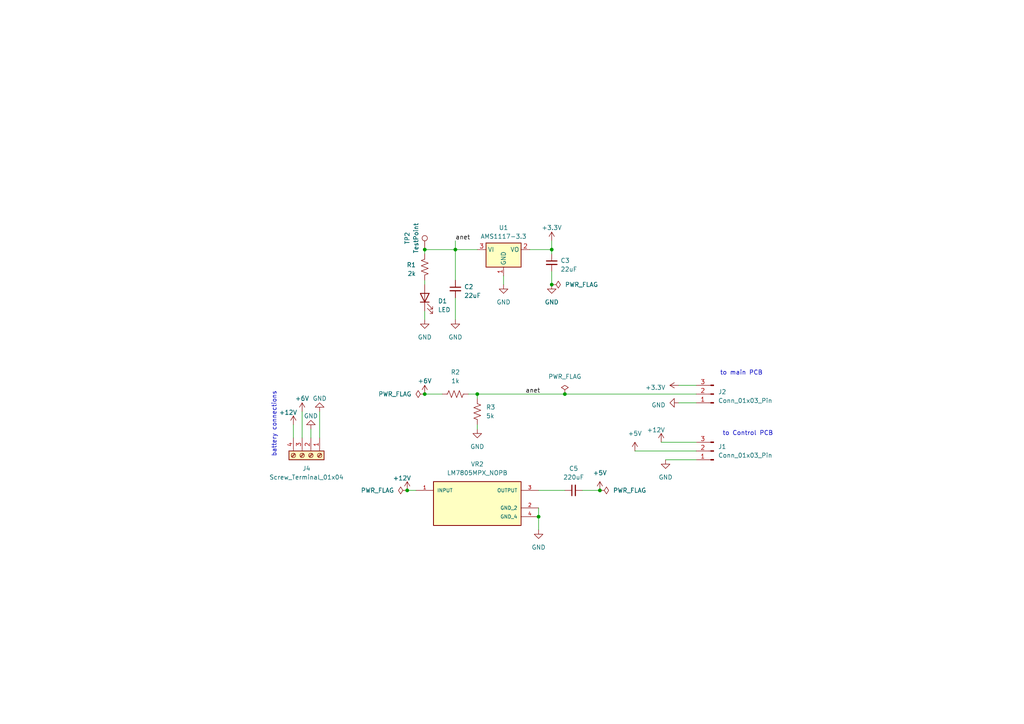
<source format=kicad_sch>
(kicad_sch (version 20231120) (generator "eeschema") (generator_version "8.0")
  (paper "A4")
  (lib_symbols
    (symbol "Connector:Conn_01x03_Pin" (pin_names (offset 1.016) hide)
      (property "Reference" "J" (at 0 5.08 0))
      (property "Value" "Conn_01x03_Pin" (at 0 -5.08 0))
      (symbol "Conn_01x03_Pin_1_1"
        (polyline (pts (xy 1.27 -2.54) (xy 0.8636 -2.54)) (stroke (width 0.1524)))
        (polyline (pts (xy 1.27 0) (xy 0.8636 0)) (stroke (width 0.1524)))
        (polyline (pts (xy 1.27 2.54) (xy 0.8636 2.54)) (stroke (width 0.1524)))
        (rectangle (start 0.8636 -2.413) (end 0 -2.667) (stroke (width 0.1524)) (fill (type outline)))
        (rectangle (start 0.8636 0.127) (end 0 -0.127) (stroke (width 0.1524)) (fill (type outline)))
        (rectangle (start 0.8636 2.667) (end 0 2.413) (stroke (width 0.1524)) (fill (type outline)))
        (pin passive line (at 5.08 2.54 180) (length 3.81) (name "Pin_1") (number "1"))
        (pin passive line (at 5.08 0 180) (length 3.81) (name "Pin_2") (number "2"))
        (pin passive line (at 5.08 -2.54 180) (length 3.81) (name "Pin_3") (number "3"))
      )
    )
    (symbol "Connector:Screw_Terminal_01x04" (pin_names (offset 1.016) hide)
      (property "Reference" "J" (at 0 5.08 0))
      (property "Value" "Screw_Terminal_01x04" (at 0 -7.62 0))
      (symbol "Screw_Terminal_01x04_1_1"
        (rectangle (start -1.27 3.81) (end 1.27 -6.35) (stroke (width 0.254)) (fill (type background)))
        (circle (center 0 -5.08) (radius 0.635) (stroke (width 0.1524)))
        (circle (center 0 -2.54) (radius 0.635) (stroke (width 0.1524)))
        (polyline (pts (xy -0.5334 -4.7498) (xy 0.3302 -5.588)) (stroke (width 0.1524)))
        (polyline (pts (xy -0.5334 -2.2098) (xy 0.3302 -3.048)) (stroke (width 0.1524)))
        (polyline (pts (xy -0.5334 0.3302) (xy 0.3302 -0.508)) (stroke (width 0.1524)))
        (polyline (pts (xy -0.5334 2.8702) (xy 0.3302 2.032)) (stroke (width 0.1524)))
        (polyline (pts (xy -0.3556 -4.572) (xy 0.508 -5.4102)) (stroke (width 0.1524)))
        (polyline (pts (xy -0.3556 -2.032) (xy 0.508 -2.8702)) (stroke (width 0.1524)))
        (polyline (pts (xy -0.3556 0.508) (xy 0.508 -0.3302)) (stroke (width 0.1524)))
        (polyline (pts (xy -0.3556 3.048) (xy 0.508 2.2098)) (stroke (width 0.1524)))
        (circle (center 0 0) (radius 0.635) (stroke (width 0.1524)))
        (circle (center 0 2.54) (radius 0.635) (stroke (width 0.1524)))
        (pin passive line (at -5.08 2.54 0) (length 3.81) (name "Pin_1") (number "1"))
        (pin passive line (at -5.08 0 0) (length 3.81) (name "Pin_2") (number "2"))
        (pin passive line (at -5.08 -2.54 0) (length 3.81) (name "Pin_3") (number "3"))
        (pin passive line (at -5.08 -5.08 0) (length 3.81) (name "Pin_4") (number "4"))
      )
    )
    (symbol "Connector:TestPoint" (pin_numbers hide) (pin_names (offset 0.762) hide)
      (property "Reference" "TP" (at 0 6.858 0))
      (property "Value" "TestPoint" (at 0 5.08 0))
      (symbol "TestPoint_0_1"
        (circle (center 0 3.302) (radius 0.762))
      )
      (symbol "TestPoint_1_1"
        (pin passive line (at 0 0 90) (length 2.54) (name "1") (number "1"))
      )
    )
    (symbol "Device:C_Small" (pin_numbers hide) (pin_names (offset 0.254) hide)
      (property "Reference" "C" (at 0.254 1.778 0))
      (property "Value" "C_Small" (at 0.254 -2.032 0))
      (symbol "C_Small_0_1"
        (polyline (pts (xy -1.524 -0.508) (xy 1.524 -0.508)) (stroke (width 0.3302)))
        (polyline (pts (xy -1.524 0.508) (xy 1.524 0.508)) (stroke (width 0.3048)))
      )
      (symbol "C_Small_1_1"
        (pin passive line (at 0 2.54 270) (length 2.032) (name "~") (number "1"))
        (pin passive line (at 0 -2.54 90) (length 2.032) (name "~") (number "2"))
      )
    )
    (symbol "Device:LED" (pin_numbers hide) (pin_names (offset 1.016) hide)
      (property "Reference" "D" (at 0 2.54 0))
      (property "Value" "LED" (at 0 -2.54 0))
      (symbol "LED_0_1"
        (polyline (pts (xy -1.27 -1.27) (xy -1.27 1.27)) (stroke (width 0.254)))
        (polyline (pts (xy -1.27 0) (xy 1.27 0)))
        (polyline (pts (xy 1.27 -1.27) (xy 1.27 1.27) (xy -1.27 0) (xy 1.27 -1.27)) (stroke (width 0.254)))
        (polyline (pts (xy -3.048 -0.762) (xy -4.572 -2.286) (xy -3.81 -2.286) (xy -4.572 -2.286) (xy -4.572 -1.524)))
        (polyline (pts (xy -1.778 -0.762) (xy -3.302 -2.286) (xy -2.54 -2.286) (xy -3.302 -2.286) (xy -3.302 -1.524)))
      )
      (symbol "LED_1_1"
        (pin passive line (at -3.81 0 0) (length 2.54) (name "K") (number "1"))
        (pin passive line (at 3.81 0 180) (length 2.54) (name "A") (number "2"))
      )
    )
    (symbol "Device:R_US" (pin_numbers hide) (pin_names (offset 0))
      (property "Reference" "R" (at 2.54 0 90))
      (property "Value" "R_US" (at -2.54 0 90))
      (symbol "R_US_0_1"
        (polyline (pts (xy 0 -2.286) (xy 0 -2.54)))
        (polyline (pts (xy 0 2.286) (xy 0 2.54)))
        (polyline (pts (xy 0 -0.762) (xy 1.016 -1.143) (xy 0 -1.524) (xy -1.016 -1.905) (xy 0 -2.286)))
        (polyline (pts (xy 0 0.762) (xy 1.016 0.381) (xy 0 0) (xy -1.016 -0.381) (xy 0 -0.762)))
        (polyline (pts (xy 0 2.286) (xy 1.016 1.905) (xy 0 1.524) (xy -1.016 1.143) (xy 0 0.762)))
      )
      (symbol "R_US_1_1"
        (pin passive line (at 0 3.81 270) (length 1.27) (name "~") (number "1"))
        (pin passive line (at 0 -3.81 90) (length 1.27) (name "~") (number "2"))
      )
    )
    (symbol "LM7805MPX_NOPB:LM7805MPX_NOPB" (pin_names (offset 1.016))
      (property "Reference" "VR" (at -12.7 6.08 0))
      (property "Value" "LM7805MPX_NOPB" (at -12.7 -9.08 0))
      (symbol "LM7805MPX_NOPB_0_0"
        (rectangle (start -12.7 -7.62) (end 12.7 5.08) (stroke (width 0.254)) (fill (type background)))
        (pin input line (at -17.78 2.54 0) (length 5.08) (name "INPUT") (number "1"))
        (pin power_in line (at 17.78 -2.54 180) (length 5.08) (name "GND_2") (number "2"))
        (pin output line (at 17.78 2.54 180) (length 5.08) (name "OUTPUT") (number "3"))
        (pin power_in line (at 17.78 -5.08 180) (length 5.08) (name "GND_4") (number "4"))
      )
    )
    (symbol "Regulator_Linear:AMS1117-3.3"
      (property "Reference" "U" (at -3.81 3.175 0))
      (property "Value" "AMS1117-3.3" (at 0 3.175 0))
      (symbol "AMS1117-3.3_0_1"
        (rectangle (start -5.08 -5.08) (end 5.08 1.905) (stroke (width 0.254)) (fill (type background)))
      )
      (symbol "AMS1117-3.3_1_1"
        (pin power_in line (at 0 -7.62 90) (length 2.54) (name "GND") (number "1"))
        (pin power_out line (at 7.62 0 180) (length 2.54) (name "VO") (number "2"))
        (pin power_in line (at -7.62 0 0) (length 2.54) (name "VI") (number "3"))
      )
    )
    (symbol "power:+3.3V" (power) (pin_names (offset 0))
      (property "Value" "+3.3V" (at 0 3.556 0))
      (symbol "+3.3V_0_1"
        (polyline (pts (xy -0.762 1.27) (xy 0 2.54)))
        (polyline (pts (xy 0 0) (xy 0 2.54)))
        (polyline (pts (xy 0 2.54) (xy 0.762 1.27)))
      )
      (symbol "+3.3V_1_1"
        (pin power_in line (at 0 0 90) (length 0) hide (name "+3.3V") (number "1"))
      )
    )
    (symbol "power:+5V" (power) (pin_names (offset 0))
      (property "Value" "+5V" (at 0 3.556 0))
      (symbol "+5V_0_1"
        (polyline (pts (xy -0.762 1.27) (xy 0 2.54)))
        (polyline (pts (xy 0 0) (xy 0 2.54)))
        (polyline (pts (xy 0 2.54) (xy 0.762 1.27)))
      )
      (symbol "+5V_1_1"
        (pin power_in line (at 0 0 90) (length 0) hide (name "+5V") (number "1"))
      )
    )
    (symbol "power:+6V" (power) (pin_names (offset 0))
      (property "Value" "+6V" (at 0 3.556 0))
      (symbol "+6V_0_1"
        (polyline (pts (xy -0.762 1.27) (xy 0 2.54)))
        (polyline (pts (xy 0 0) (xy 0 2.54)))
        (polyline (pts (xy 0 2.54) (xy 0.762 1.27)))
      )
      (symbol "+6V_1_1"
        (pin power_in line (at 0 0 90) (length 0) hide (name "+6V") (number "1"))
      )
    )
    (symbol "power:GND" (power) (pin_names (offset 0))
      (property "Value" "GND" (at 0 -3.81 0))
      (symbol "GND_0_1"
        (polyline (pts (xy 0 0) (xy 0 -1.27) (xy 1.27 -1.27) (xy 0 -2.54) (xy -1.27 -1.27) (xy 0 -1.27)))
      )
      (symbol "GND_1_1"
        (pin power_in line (at 0 0 270) (length 0) hide (name "GND") (number "1"))
      )
    )
    (symbol "power:PWR_FLAG" (power) (pin_numbers hide) (pin_names (offset 0) hide)
      (property "Value" "PWR_FLAG" (at 0 3.81 0))
      (symbol "PWR_FLAG_0_0"
        (pin power_out line (at 0 0 90) (length 0) (name "~") (number "1"))
      )
      (symbol "PWR_FLAG_0_1"
        (polyline (pts (xy 0 0) (xy 0 1.27) (xy -1.016 1.905) (xy 0 2.54) (xy 1.016 1.905) (xy 0 1.27)))
      )
    )
  )
  (junction (at 132.08 72.39))
  (junction (at 123.19 72.39))
  (junction (at 173.99 142.24))
  (junction (at 156.21 149.86))
  (junction (at 123.19 114.3))
  (junction (at 160.02 72.39))
  (junction (at 163.83 114.3))
  (junction (at 138.43 114.3))
  (junction (at 160.02 82.55))
  (junction (at 118.11 142.24))
  (wire (pts (xy 138.43 114.3) (xy 138.43 115.57)))
  (wire (pts (xy 135.89 114.3) (xy 138.43 114.3)))
  (wire (pts (xy 132.08 69.85) (xy 132.08 72.39)))
  (wire (pts (xy 153.67 72.39) (xy 160.02 72.39)))
  (wire (pts (xy 163.83 142.24) (xy 156.21 142.24)))
  (wire (pts (xy 184.15 130.81) (xy 201.93 130.81)))
  (wire (pts (xy 92.71 119.38) (xy 92.71 127)))
  (wire (pts (xy 196.85 111.76) (xy 201.93 111.76)))
  (wire (pts (xy 123.19 90.17) (xy 123.19 92.71)))
  (wire (pts (xy 132.08 72.39) (xy 138.43 72.39)))
  (wire (pts (xy 173.99 142.24) (xy 168.91 142.24)))
  (wire (pts (xy 90.17 124.46) (xy 90.17 127)))
  (wire (pts (xy 123.19 72.39) (xy 132.08 72.39)))
  (wire (pts (xy 138.43 124.46) (xy 138.43 123.19)))
  (wire (pts (xy 163.83 114.3) (xy 201.93 114.3)))
  (wire (pts (xy 123.19 81.28) (xy 123.19 82.55)))
  (wire (pts (xy 87.63 119.38) (xy 87.63 127)))
  (wire (pts (xy 138.43 114.3) (xy 163.83 114.3)))
  (wire (pts (xy 146.05 80.01) (xy 146.05 82.55)))
  (wire (pts (xy 118.11 142.24) (xy 120.65 142.24)))
  (wire (pts (xy 160.02 69.85) (xy 160.02 72.39)))
  (wire (pts (xy 160.02 78.74) (xy 160.02 82.55)))
  (wire (pts (xy 160.02 72.39) (xy 160.02 73.66)))
  (wire (pts (xy 191.77 128.27) (xy 201.93 128.27)))
  (wire (pts (xy 132.08 72.39) (xy 132.08 81.28)))
  (wire (pts (xy 193.04 133.35) (xy 201.93 133.35)))
  (wire (pts (xy 123.19 114.3) (xy 128.27 114.3)))
  (wire (pts (xy 196.85 116.84) (xy 201.93 116.84)))
  (wire (pts (xy 132.08 86.36) (xy 132.08 92.71)))
  (wire (pts (xy 123.19 73.66) (xy 123.19 72.39)))
  (wire (pts (xy 156.21 149.86) (xy 156.21 147.32)))
  (wire (pts (xy 85.09 123.19) (xy 85.09 127)))
  (wire (pts (xy 156.21 153.67) (xy 156.21 149.86)))
  (text "battery connections" (at 80.264 132.588 90) (effects (font (size 1.27 1.27)) (justify left bottom)))
  (text "to main PCB" (at 221.234 108.966 0) (effects (font (size 1.27 1.27)) (justify right bottom)))
  (text "to Control PCB" (at 209.55 126.492 0) (effects (font (size 1.27 1.27)) (justify left bottom)))
  (label "anet" (at 152.4 114.3 0))
  (label "anet" (at 132.08 69.85 0))
  (symbol (lib_id "power:GND") (at 156.21 153.67 0) (unit 1)
    (property "Reference" "#PWR026" (effects (hide yes)))
    (property "Value" "GND" (at 156.21 158.75 0))
  )
  (symbol (lib_id "power:+6V") (at 118.11 142.24 0) (unit 1)
    (property "Reference" "#PWR025" (effects (hide yes)))
    (property "Value" "+12V" (at 116.586 138.684 0))
  )
  (symbol (lib_id "power:GND") (at 92.71 119.38 180) (unit 1)
    (property "Reference" "#PWR027" (effects (hide yes)))
    (property "Value" "GND" (at 92.71 115.57 0))
  )
  (symbol (lib_id "power:+6V") (at 123.19 114.3 0) (unit 1)
    (property "Reference" "#PWR02" (effects (hide yes)))
    (property "Value" "+6V" (at 123.19 110.49 0))
  )
  (symbol (lib_id "Connector:Screw_Terminal_01x04") (at 90.17 132.08 270) (unit 1)
    (property "Reference" "J4" (at 88.9 135.89 90))
    (property "Value" "Screw_Terminal_01x04" (at 88.9 138.43 90))
    (property "Footprint" "TerminalBlock_Phoenix:TerminalBlock_Phoenix_MKDS-1,5-4-5.08_1x04_P5.08mm_Horizontal" (effects (hide yes)))
    (property "Description" "Generic screw terminal, single row, 01x04, script generated (kicad-library-utils/schlib/autogen/connector/)" (effects (hide yes)))
  )
  (symbol (lib_id "Device:R_US") (at 138.43 119.38 180) (unit 1)
    (property "Reference" "R3" (at 140.97 118.1099 0) (effects (justify right)))
    (property "Value" "5k" (at 140.97 120.6499 0) (effects (justify right)))
    (property "Footprint" "Resistor_SMD:R_0805_2012Metric" (effects (hide yes)))
    (property "Description" "Resistor, US symbol" (effects (hide yes)))
  )
  (symbol (lib_id "power:GND") (at 138.43 124.46 0) (unit 1)
    (property "Reference" "#PWR03" (effects (hide yes)))
    (property "Value" "GND" (at 138.43 129.54 0))
  )
  (symbol (lib_id "Connector:Conn_01x03_Pin") (at 207.01 114.3 180) (unit 1)
    (property "Reference" "J2" (at 208.28 113.665 0) (effects (justify right)))
    (property "Value" "Conn_01x03_Pin" (at 208.28 116.205 0) (effects (justify right)))
    (property "Footprint" "Connector_PinHeader_2.54mm:PinHeader_1x03_P2.54mm_Vertical" (effects (hide yes)))
  )
  (symbol (lib_id "power:GND") (at 123.19 92.71 0) (unit 1)
    (property "Reference" "#PWR01" (effects (hide yes)))
    (property "Value" "GND" (at 123.19 97.79 0))
  )
  (symbol (lib_id "power:+6V") (at 191.77 128.27 0) (unit 1)
    (property "Reference" "#PWR028" (effects (hide yes)))
    (property "Value" "+12V" (at 190.246 124.714 0))
  )
  (symbol (lib_id "power:PWR_FLAG") (at 118.11 142.24 90) (unit 1)
    (property "Reference" "#FLG01" (effects (hide yes)))
    (property "Value" "PWR_FLAG" (at 114.3 142.2399 90) (effects (justify left)))
    (property "Description" "Special symbol for telling ERC where power comes from" (effects (hide yes)))
  )
  (symbol (lib_id "power:PWR_FLAG") (at 160.02 82.55 270) (unit 1)
    (property "Reference" "#FLG05" (effects (hide yes)))
    (property "Value" "PWR_FLAG" (at 163.83 82.5499 90) (effects (justify left)))
    (property "Description" "Special symbol for telling ERC where power comes from" (effects (hide yes)))
  )
  (symbol (lib_id "Connector:TestPoint") (at 123.19 72.39 0) (unit 1)
    (property "Reference" "TP2" (at 118.11 69.088 90))
    (property "Value" "TestPoint" (at 120.65 69.088 90))
    (property "Footprint" "TestPoint:TestPoint_Pad_1.5x1.5mm" (effects (hide yes)))
  )
  (symbol (lib_id "power:+6V") (at 85.09 123.19 0) (unit 1)
    (property "Reference" "#PWR024" (effects (hide yes)))
    (property "Value" "+12V" (at 83.566 119.634 0))
  )
  (symbol (lib_id "power:GND") (at 160.02 82.55 0) (unit 1)
    (property "Reference" "#PWR09" (effects (hide yes)))
    (property "Value" "GND" (at 160.02 87.63 0))
  )
  (symbol (lib_id "power:PWR_FLAG") (at 173.99 142.24 270) (unit 1)
    (property "Reference" "#FLG03" (effects (hide yes)))
    (property "Value" "PWR_FLAG" (at 177.8 142.2399 90) (effects (justify left)))
    (property "Description" "Special symbol for telling ERC where power comes from" (effects (hide yes)))
  )
  (symbol (lib_id "Regulator_Linear:AMS1117-3.3") (at 146.05 72.39 0) (unit 1)
    (property "Reference" "U1" (at 146.05 66.04 0))
    (property "Value" "AMS1117-3.3" (at 146.05 68.58 0))
    (property "Footprint" "Package_TO_SOT_SMD:SOT-223-3_TabPin2" (effects (hide yes)))
    (property "Datasheet" "http://www.advanced-monolithic.com/pdf/ds1117.pdf" (effects (hide yes)))
  )
  (symbol (lib_id "power:+3.3V") (at 160.02 69.85 0) (unit 1)
    (property "Reference" "#PWR08" (effects (hide yes)))
    (property "Value" "+3.3V" (at 160.02 66.04 0))
  )
  (symbol (lib_id "Device:C_Small") (at 160.02 76.2 0) (unit 1)
    (property "Reference" "C3" (at 162.56 75.5713 0) (effects (justify left)))
    (property "Value" "22uF" (at 162.56 78.1113 0) (effects (justify left)))
    (property "Footprint" "Capacitor_SMD:C_0805_2012Metric" (effects (hide yes)))
  )
  (symbol (lib_id "power:GND") (at 193.04 133.35 0) (unit 1)
    (property "Reference" "#PWR031" (effects (hide yes)))
    (property "Value" "GND" (at 193.04 138.43 0))
  )
  (symbol (lib_id "Device:LED") (at 123.19 86.36 90) (unit 1)
    (property "Reference" "D1" (at 127 87.3125 90) (effects (justify right)))
    (property "Value" "LED" (at 127 89.8525 90) (effects (justify right)))
    (property "Footprint" "LED_SMD:LED_0805_2012Metric" (effects (hide yes)))
  )
  (symbol (lib_id "Device:C_Small") (at 132.08 83.82 0) (unit 1)
    (property "Reference" "C2" (at 134.62 83.1913 0) (effects (justify left)))
    (property "Value" "22uF" (at 134.62 85.7313 0) (effects (justify left)))
    (property "Footprint" "Capacitor_SMD:C_0805_2012Metric" (effects (hide yes)))
  )
  (symbol (lib_id "power:GND") (at 196.85 116.84 270) (unit 1)
    (property "Reference" "#PWR022" (effects (hide yes)))
    (property "Value" "GND" (at 193.04 117.475 90) (effects (justify right)))
  )
  (symbol (lib_id "Device:R_US") (at 132.08 114.3 90) (unit 1)
    (property "Reference" "R2" (at 132.08 107.95 90))
    (property "Value" "1k" (at 132.08 110.49 90))
    (property "Footprint" "Resistor_SMD:R_0805_2012Metric" (effects (hide yes)))
    (property "Description" "Resistor, US symbol" (effects (hide yes)))
  )
  (symbol (lib_id "Device:C_Small") (at 166.37 142.24 90) (unit 1)
    (property "Reference" "C5" (at 166.3763 135.89 90))
    (property "Value" "220uF" (at 166.3763 138.43 90))
    (property "Footprint" "Capacitor_SMD:C_0805_2012Metric" (effects (hide yes)))
    (property "Description" "Unpolarized capacitor, small symbol" (effects (hide yes)))
  )
  (symbol (lib_id "power:+3.3V") (at 196.85 111.76 90) (unit 1)
    (property "Reference" "#PWR021" (effects (hide yes)))
    (property "Value" "+3.3V" (at 193.04 112.395 90) (effects (justify left)))
  )
  (symbol (lib_id "power:PWR_FLAG") (at 163.83 114.3 0) (unit 1)
    (property "Reference" "#FLG04" (effects (hide yes)))
    (property "Value" "PWR_FLAG" (at 163.83 109.22 0))
    (property "Description" "Special symbol for telling ERC where power comes from" (effects (hide yes)))
  )
  (symbol (lib_id "power:+5V") (at 184.15 130.81 0) (unit 1)
    (property "Reference" "#PWR029" (effects (hide yes)))
    (property "Value" "+5V" (at 184.15 125.73 0))
  )
  (symbol (lib_id "power:PWR_FLAG") (at 123.19 114.3 90) (unit 1)
    (property "Reference" "#FLG02" (effects (hide yes)))
    (property "Value" "PWR_FLAG" (at 119.38 114.2999 90) (effects (justify left)))
    (property "Description" "Special symbol for telling ERC where power comes from" (effects (hide yes)))
  )
  (symbol (lib_id "power:GND") (at 90.17 124.46 180) (unit 1)
    (property "Reference" "#PWR018" (effects (hide yes)))
    (property "Value" "GND" (at 90.17 120.65 0))
  )
  (symbol (lib_id "power:GND") (at 146.05 82.55 0) (unit 1)
    (property "Reference" "#PWR07" (effects (hide yes)))
    (property "Value" "GND" (at 146.05 87.63 0))
  )
  (symbol (lib_id "LM7805MPX_NOPB:LM7805MPX_NOPB") (at 138.43 144.78 0) (unit 1)
    (property "Reference" "VR2" (at 138.43 134.62 0))
    (property "Value" "LM7805MPX_NOPB" (at 138.43 137.16 0))
    (property "Footprint" "footprints:VREG_LM7805MPX_NOPB" (effects (hide yes)))
    (property "MF" "Texas Instruments" (effects (hide yes)))
    (property "MAXIMUM_PACKAGE_HEIGHT" "1.80 mm" (effects (hide yes)))
    (property "Package" "SOT-223-4 Texas Instruments" (effects (hide yes)))
    (property "Price" "None" (effects (hide yes)))
    (property "Check_prices" "https://www.snapeda.com/parts/LM7805MPX/NOPB/Texas+Instruments/view-part/?ref=eda" (effects (hide yes)))
    (property "STANDARD" "Manufacturer Recommendations" (effects (hide yes)))
    (property "PARTREV" "L" (effects (hide yes)))
    (property "SnapEDA_Link" "https://www.snapeda.com/parts/LM7805MPX/NOPB/Texas+Instruments/view-part/?ref=snap" (effects (hide yes)))
    (property "MP" "LM7805MPX/NOPB" (effects (hide yes)))
    (property "Description_1" "\n                        \n                            1.5-A, 30-V, linear voltage regulator\n                        \n" (effects (hide yes)))
    (property "Availability" "In Stock" (effects (hide yes)))
    (property "MANUFACTURER" "Texas Instruments" (effects (hide yes)))
  )
  (symbol (lib_id "power:+5V") (at 173.99 142.24 0) (unit 1)
    (property "Reference" "#PWR012" (effects (hide yes)))
    (property "Value" "+5V" (at 173.99 137.16 0))
  )
  (symbol (lib_id "power:+6V") (at 87.63 119.38 0) (unit 1)
    (property "Reference" "#PWR016" (effects (hide yes)))
    (property "Value" "+6V" (at 87.63 115.57 0))
  )
  (symbol (lib_id "Device:R_US") (at 123.19 77.47 0) (mirror y) (unit 1)
    (property "Reference" "R1" (at 120.65 76.835 0) (effects (justify left)))
    (property "Value" "2k" (at 120.65 79.375 0) (effects (justify left)))
    (property "Footprint" "Resistor_SMD:R_0805_2012Metric" (effects (hide yes)))
  )
  (symbol (lib_id "Connector:Conn_01x03_Pin") (at 207.01 130.81 180) (unit 1)
    (property "Reference" "J1" (at 208.28 129.5399 0) (effects (justify right)))
    (property "Value" "Conn_01x03_Pin" (at 208.28 132.0799 0) (effects (justify right)))
    (property "Footprint" "Connector_PinHeader_2.54mm:PinHeader_1x03_P2.54mm_Vertical" (effects (hide yes)))
    (property "Description" "Generic connector, single row, 01x03, script generated" (effects (hide yes)))
  )
  (symbol (lib_id "power:GND") (at 132.08 92.71 0) (unit 1)
    (property "Reference" "#PWR05" (effects (hide yes)))
    (property "Value" "GND" (at 132.08 97.79 0))
  )
)
</source>
